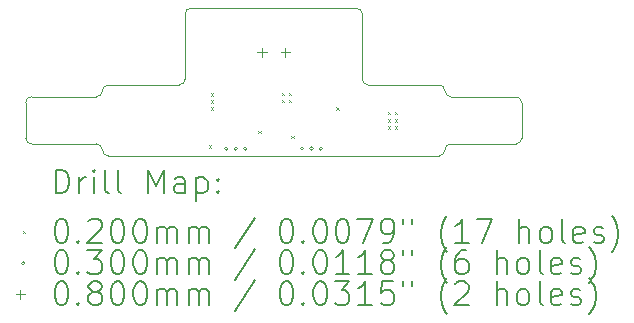
<source format=gbr>
%TF.GenerationSoftware,KiCad,Pcbnew,7.0.8*%
%TF.CreationDate,2023-11-05T18:16:59+01:00*%
%TF.ProjectId,battery-protection,62617474-6572-4792-9d70-726f74656374,2*%
%TF.SameCoordinates,Original*%
%TF.FileFunction,Drillmap*%
%TF.FilePolarity,Positive*%
%FSLAX45Y45*%
G04 Gerber Fmt 4.5, Leading zero omitted, Abs format (unit mm)*
G04 Created by KiCad (PCBNEW 7.0.8) date 2023-11-05 18:16:59*
%MOMM*%
%LPD*%
G01*
G04 APERTURE LIST*
%ADD10C,0.100000*%
%ADD11C,0.200000*%
%ADD12C,0.020000*%
%ADD13C,0.030000*%
%ADD14C,0.080000*%
G04 APERTURE END LIST*
D10*
X16000000Y-10000000D02*
G75*
G03*
X16050000Y-9950000I0J50000D01*
G01*
X16700000Y-9550000D02*
G75*
G03*
X16650000Y-9500000I-50000J0D01*
G01*
X13900000Y-8750000D02*
X15300000Y-8750000D01*
X16650000Y-9900000D02*
X16100000Y-9900000D01*
X14600000Y-10000000D02*
X13200000Y-10000000D01*
X13100000Y-9500000D02*
G75*
G03*
X13150000Y-9450000I0J50000D01*
G01*
X15350000Y-8800000D02*
G75*
G03*
X15300000Y-8750000I-50000J0D01*
G01*
X12500000Y-9850000D02*
G75*
G03*
X12550000Y-9900000I50000J0D01*
G01*
X12550000Y-9500000D02*
G75*
G03*
X12500000Y-9550000I0J-50000D01*
G01*
X13200000Y-9400000D02*
X13800000Y-9400000D01*
X13800000Y-9400000D02*
G75*
G03*
X13850000Y-9350000I0J50000D01*
G01*
X16650000Y-9900000D02*
G75*
G03*
X16700000Y-9850000I0J50000D01*
G01*
X13200000Y-9400000D02*
G75*
G03*
X13150000Y-9450000I0J-50000D01*
G01*
X12550000Y-9900000D02*
X13100000Y-9900000D01*
X16050000Y-9450000D02*
G75*
G03*
X16100000Y-9500000I50000J0D01*
G01*
X15350000Y-9350000D02*
G75*
G03*
X15400000Y-9400000I50000J0D01*
G01*
X16700000Y-9550000D02*
X16700000Y-9850000D01*
X13850000Y-9350000D02*
X13850000Y-8800000D01*
X16000000Y-9400000D02*
X15400000Y-9400000D01*
X13150000Y-9950000D02*
G75*
G03*
X13100000Y-9900000I-50000J0D01*
G01*
X13900000Y-8750000D02*
G75*
G03*
X13850000Y-8800000I0J-50000D01*
G01*
X14600000Y-10000000D02*
X16000000Y-10000000D01*
X16100000Y-9900000D02*
G75*
G03*
X16050000Y-9950000I0J-50000D01*
G01*
X13150000Y-9950000D02*
G75*
G03*
X13200000Y-10000000I50000J0D01*
G01*
X13100000Y-9500000D02*
X12550000Y-9500000D01*
X12500000Y-9550000D02*
X12500000Y-9850000D01*
X16050000Y-9450000D02*
G75*
G03*
X16000000Y-9400000I-50000J0D01*
G01*
X15350000Y-9350000D02*
X15350000Y-8800000D01*
X16100000Y-9500000D02*
X16650000Y-9500000D01*
D11*
D12*
X14050000Y-9910000D02*
X14070000Y-9930000D01*
X14070000Y-9910000D02*
X14050000Y-9930000D01*
X14070000Y-9470000D02*
X14090000Y-9490000D01*
X14090000Y-9470000D02*
X14070000Y-9490000D01*
X14070000Y-9530000D02*
X14090000Y-9550000D01*
X14090000Y-9530000D02*
X14070000Y-9550000D01*
X14070000Y-9590000D02*
X14090000Y-9610000D01*
X14090000Y-9590000D02*
X14070000Y-9610000D01*
X14470000Y-9790000D02*
X14490000Y-9810000D01*
X14490000Y-9790000D02*
X14470000Y-9810000D01*
X14670000Y-9465000D02*
X14690000Y-9485000D01*
X14690000Y-9465000D02*
X14670000Y-9485000D01*
X14670000Y-9525000D02*
X14690000Y-9545000D01*
X14690000Y-9525000D02*
X14670000Y-9545000D01*
X14730000Y-9465000D02*
X14750000Y-9485000D01*
X14750000Y-9465000D02*
X14730000Y-9485000D01*
X14730000Y-9525000D02*
X14750000Y-9545000D01*
X14750000Y-9525000D02*
X14730000Y-9545000D01*
X14750000Y-9830000D02*
X14770000Y-9850000D01*
X14770000Y-9830000D02*
X14750000Y-9850000D01*
X15130000Y-9590000D02*
X15150000Y-9610000D01*
X15150000Y-9590000D02*
X15130000Y-9610000D01*
X15565000Y-9630000D02*
X15585000Y-9650000D01*
X15585000Y-9630000D02*
X15565000Y-9650000D01*
X15565000Y-9690000D02*
X15585000Y-9710000D01*
X15585000Y-9690000D02*
X15565000Y-9710000D01*
X15565000Y-9750000D02*
X15585000Y-9770000D01*
X15585000Y-9750000D02*
X15565000Y-9770000D01*
X15625000Y-9630000D02*
X15645000Y-9650000D01*
X15645000Y-9630000D02*
X15625000Y-9650000D01*
X15625000Y-9690000D02*
X15645000Y-9710000D01*
X15645000Y-9690000D02*
X15625000Y-9710000D01*
X15625000Y-9750000D02*
X15645000Y-9770000D01*
X15645000Y-9750000D02*
X15625000Y-9770000D01*
D13*
X14215000Y-9940000D02*
G75*
G03*
X14215000Y-9940000I-15000J0D01*
G01*
X14295000Y-9940000D02*
G75*
G03*
X14295000Y-9940000I-15000J0D01*
G01*
X14375000Y-9940000D02*
G75*
G03*
X14375000Y-9940000I-15000J0D01*
G01*
X14855000Y-9940000D02*
G75*
G03*
X14855000Y-9940000I-15000J0D01*
G01*
X14935000Y-9940000D02*
G75*
G03*
X14935000Y-9940000I-15000J0D01*
G01*
X15015000Y-9940000D02*
G75*
G03*
X15015000Y-9940000I-15000J0D01*
G01*
D14*
X14500000Y-9085000D02*
X14500000Y-9165000D01*
X14460000Y-9125000D02*
X14540000Y-9125000D01*
X14700000Y-9085000D02*
X14700000Y-9165000D01*
X14660000Y-9125000D02*
X14740000Y-9125000D01*
D11*
X12755777Y-10316484D02*
X12755777Y-10116484D01*
X12755777Y-10116484D02*
X12803396Y-10116484D01*
X12803396Y-10116484D02*
X12831967Y-10126008D01*
X12831967Y-10126008D02*
X12851015Y-10145055D01*
X12851015Y-10145055D02*
X12860539Y-10164103D01*
X12860539Y-10164103D02*
X12870062Y-10202198D01*
X12870062Y-10202198D02*
X12870062Y-10230770D01*
X12870062Y-10230770D02*
X12860539Y-10268865D01*
X12860539Y-10268865D02*
X12851015Y-10287912D01*
X12851015Y-10287912D02*
X12831967Y-10306960D01*
X12831967Y-10306960D02*
X12803396Y-10316484D01*
X12803396Y-10316484D02*
X12755777Y-10316484D01*
X12955777Y-10316484D02*
X12955777Y-10183150D01*
X12955777Y-10221246D02*
X12965301Y-10202198D01*
X12965301Y-10202198D02*
X12974824Y-10192674D01*
X12974824Y-10192674D02*
X12993872Y-10183150D01*
X12993872Y-10183150D02*
X13012920Y-10183150D01*
X13079586Y-10316484D02*
X13079586Y-10183150D01*
X13079586Y-10116484D02*
X13070062Y-10126008D01*
X13070062Y-10126008D02*
X13079586Y-10135531D01*
X13079586Y-10135531D02*
X13089110Y-10126008D01*
X13089110Y-10126008D02*
X13079586Y-10116484D01*
X13079586Y-10116484D02*
X13079586Y-10135531D01*
X13203396Y-10316484D02*
X13184348Y-10306960D01*
X13184348Y-10306960D02*
X13174824Y-10287912D01*
X13174824Y-10287912D02*
X13174824Y-10116484D01*
X13308158Y-10316484D02*
X13289110Y-10306960D01*
X13289110Y-10306960D02*
X13279586Y-10287912D01*
X13279586Y-10287912D02*
X13279586Y-10116484D01*
X13536729Y-10316484D02*
X13536729Y-10116484D01*
X13536729Y-10116484D02*
X13603396Y-10259341D01*
X13603396Y-10259341D02*
X13670062Y-10116484D01*
X13670062Y-10116484D02*
X13670062Y-10316484D01*
X13851015Y-10316484D02*
X13851015Y-10211722D01*
X13851015Y-10211722D02*
X13841491Y-10192674D01*
X13841491Y-10192674D02*
X13822443Y-10183150D01*
X13822443Y-10183150D02*
X13784348Y-10183150D01*
X13784348Y-10183150D02*
X13765301Y-10192674D01*
X13851015Y-10306960D02*
X13831967Y-10316484D01*
X13831967Y-10316484D02*
X13784348Y-10316484D01*
X13784348Y-10316484D02*
X13765301Y-10306960D01*
X13765301Y-10306960D02*
X13755777Y-10287912D01*
X13755777Y-10287912D02*
X13755777Y-10268865D01*
X13755777Y-10268865D02*
X13765301Y-10249817D01*
X13765301Y-10249817D02*
X13784348Y-10240293D01*
X13784348Y-10240293D02*
X13831967Y-10240293D01*
X13831967Y-10240293D02*
X13851015Y-10230770D01*
X13946253Y-10183150D02*
X13946253Y-10383150D01*
X13946253Y-10192674D02*
X13965301Y-10183150D01*
X13965301Y-10183150D02*
X14003396Y-10183150D01*
X14003396Y-10183150D02*
X14022443Y-10192674D01*
X14022443Y-10192674D02*
X14031967Y-10202198D01*
X14031967Y-10202198D02*
X14041491Y-10221246D01*
X14041491Y-10221246D02*
X14041491Y-10278389D01*
X14041491Y-10278389D02*
X14031967Y-10297436D01*
X14031967Y-10297436D02*
X14022443Y-10306960D01*
X14022443Y-10306960D02*
X14003396Y-10316484D01*
X14003396Y-10316484D02*
X13965301Y-10316484D01*
X13965301Y-10316484D02*
X13946253Y-10306960D01*
X14127205Y-10297436D02*
X14136729Y-10306960D01*
X14136729Y-10306960D02*
X14127205Y-10316484D01*
X14127205Y-10316484D02*
X14117682Y-10306960D01*
X14117682Y-10306960D02*
X14127205Y-10297436D01*
X14127205Y-10297436D02*
X14127205Y-10316484D01*
X14127205Y-10192674D02*
X14136729Y-10202198D01*
X14136729Y-10202198D02*
X14127205Y-10211722D01*
X14127205Y-10211722D02*
X14117682Y-10202198D01*
X14117682Y-10202198D02*
X14127205Y-10192674D01*
X14127205Y-10192674D02*
X14127205Y-10211722D01*
D12*
X12475000Y-10635000D02*
X12495000Y-10655000D01*
X12495000Y-10635000D02*
X12475000Y-10655000D01*
D11*
X12793872Y-10536484D02*
X12812920Y-10536484D01*
X12812920Y-10536484D02*
X12831967Y-10546008D01*
X12831967Y-10546008D02*
X12841491Y-10555531D01*
X12841491Y-10555531D02*
X12851015Y-10574579D01*
X12851015Y-10574579D02*
X12860539Y-10612674D01*
X12860539Y-10612674D02*
X12860539Y-10660293D01*
X12860539Y-10660293D02*
X12851015Y-10698389D01*
X12851015Y-10698389D02*
X12841491Y-10717436D01*
X12841491Y-10717436D02*
X12831967Y-10726960D01*
X12831967Y-10726960D02*
X12812920Y-10736484D01*
X12812920Y-10736484D02*
X12793872Y-10736484D01*
X12793872Y-10736484D02*
X12774824Y-10726960D01*
X12774824Y-10726960D02*
X12765301Y-10717436D01*
X12765301Y-10717436D02*
X12755777Y-10698389D01*
X12755777Y-10698389D02*
X12746253Y-10660293D01*
X12746253Y-10660293D02*
X12746253Y-10612674D01*
X12746253Y-10612674D02*
X12755777Y-10574579D01*
X12755777Y-10574579D02*
X12765301Y-10555531D01*
X12765301Y-10555531D02*
X12774824Y-10546008D01*
X12774824Y-10546008D02*
X12793872Y-10536484D01*
X12946253Y-10717436D02*
X12955777Y-10726960D01*
X12955777Y-10726960D02*
X12946253Y-10736484D01*
X12946253Y-10736484D02*
X12936729Y-10726960D01*
X12936729Y-10726960D02*
X12946253Y-10717436D01*
X12946253Y-10717436D02*
X12946253Y-10736484D01*
X13031967Y-10555531D02*
X13041491Y-10546008D01*
X13041491Y-10546008D02*
X13060539Y-10536484D01*
X13060539Y-10536484D02*
X13108158Y-10536484D01*
X13108158Y-10536484D02*
X13127205Y-10546008D01*
X13127205Y-10546008D02*
X13136729Y-10555531D01*
X13136729Y-10555531D02*
X13146253Y-10574579D01*
X13146253Y-10574579D02*
X13146253Y-10593627D01*
X13146253Y-10593627D02*
X13136729Y-10622198D01*
X13136729Y-10622198D02*
X13022443Y-10736484D01*
X13022443Y-10736484D02*
X13146253Y-10736484D01*
X13270062Y-10536484D02*
X13289110Y-10536484D01*
X13289110Y-10536484D02*
X13308158Y-10546008D01*
X13308158Y-10546008D02*
X13317682Y-10555531D01*
X13317682Y-10555531D02*
X13327205Y-10574579D01*
X13327205Y-10574579D02*
X13336729Y-10612674D01*
X13336729Y-10612674D02*
X13336729Y-10660293D01*
X13336729Y-10660293D02*
X13327205Y-10698389D01*
X13327205Y-10698389D02*
X13317682Y-10717436D01*
X13317682Y-10717436D02*
X13308158Y-10726960D01*
X13308158Y-10726960D02*
X13289110Y-10736484D01*
X13289110Y-10736484D02*
X13270062Y-10736484D01*
X13270062Y-10736484D02*
X13251015Y-10726960D01*
X13251015Y-10726960D02*
X13241491Y-10717436D01*
X13241491Y-10717436D02*
X13231967Y-10698389D01*
X13231967Y-10698389D02*
X13222443Y-10660293D01*
X13222443Y-10660293D02*
X13222443Y-10612674D01*
X13222443Y-10612674D02*
X13231967Y-10574579D01*
X13231967Y-10574579D02*
X13241491Y-10555531D01*
X13241491Y-10555531D02*
X13251015Y-10546008D01*
X13251015Y-10546008D02*
X13270062Y-10536484D01*
X13460539Y-10536484D02*
X13479586Y-10536484D01*
X13479586Y-10536484D02*
X13498634Y-10546008D01*
X13498634Y-10546008D02*
X13508158Y-10555531D01*
X13508158Y-10555531D02*
X13517682Y-10574579D01*
X13517682Y-10574579D02*
X13527205Y-10612674D01*
X13527205Y-10612674D02*
X13527205Y-10660293D01*
X13527205Y-10660293D02*
X13517682Y-10698389D01*
X13517682Y-10698389D02*
X13508158Y-10717436D01*
X13508158Y-10717436D02*
X13498634Y-10726960D01*
X13498634Y-10726960D02*
X13479586Y-10736484D01*
X13479586Y-10736484D02*
X13460539Y-10736484D01*
X13460539Y-10736484D02*
X13441491Y-10726960D01*
X13441491Y-10726960D02*
X13431967Y-10717436D01*
X13431967Y-10717436D02*
X13422443Y-10698389D01*
X13422443Y-10698389D02*
X13412920Y-10660293D01*
X13412920Y-10660293D02*
X13412920Y-10612674D01*
X13412920Y-10612674D02*
X13422443Y-10574579D01*
X13422443Y-10574579D02*
X13431967Y-10555531D01*
X13431967Y-10555531D02*
X13441491Y-10546008D01*
X13441491Y-10546008D02*
X13460539Y-10536484D01*
X13612920Y-10736484D02*
X13612920Y-10603150D01*
X13612920Y-10622198D02*
X13622443Y-10612674D01*
X13622443Y-10612674D02*
X13641491Y-10603150D01*
X13641491Y-10603150D02*
X13670063Y-10603150D01*
X13670063Y-10603150D02*
X13689110Y-10612674D01*
X13689110Y-10612674D02*
X13698634Y-10631722D01*
X13698634Y-10631722D02*
X13698634Y-10736484D01*
X13698634Y-10631722D02*
X13708158Y-10612674D01*
X13708158Y-10612674D02*
X13727205Y-10603150D01*
X13727205Y-10603150D02*
X13755777Y-10603150D01*
X13755777Y-10603150D02*
X13774824Y-10612674D01*
X13774824Y-10612674D02*
X13784348Y-10631722D01*
X13784348Y-10631722D02*
X13784348Y-10736484D01*
X13879586Y-10736484D02*
X13879586Y-10603150D01*
X13879586Y-10622198D02*
X13889110Y-10612674D01*
X13889110Y-10612674D02*
X13908158Y-10603150D01*
X13908158Y-10603150D02*
X13936729Y-10603150D01*
X13936729Y-10603150D02*
X13955777Y-10612674D01*
X13955777Y-10612674D02*
X13965301Y-10631722D01*
X13965301Y-10631722D02*
X13965301Y-10736484D01*
X13965301Y-10631722D02*
X13974824Y-10612674D01*
X13974824Y-10612674D02*
X13993872Y-10603150D01*
X13993872Y-10603150D02*
X14022443Y-10603150D01*
X14022443Y-10603150D02*
X14041491Y-10612674D01*
X14041491Y-10612674D02*
X14051015Y-10631722D01*
X14051015Y-10631722D02*
X14051015Y-10736484D01*
X14441491Y-10526960D02*
X14270063Y-10784103D01*
X14698634Y-10536484D02*
X14717682Y-10536484D01*
X14717682Y-10536484D02*
X14736729Y-10546008D01*
X14736729Y-10546008D02*
X14746253Y-10555531D01*
X14746253Y-10555531D02*
X14755777Y-10574579D01*
X14755777Y-10574579D02*
X14765301Y-10612674D01*
X14765301Y-10612674D02*
X14765301Y-10660293D01*
X14765301Y-10660293D02*
X14755777Y-10698389D01*
X14755777Y-10698389D02*
X14746253Y-10717436D01*
X14746253Y-10717436D02*
X14736729Y-10726960D01*
X14736729Y-10726960D02*
X14717682Y-10736484D01*
X14717682Y-10736484D02*
X14698634Y-10736484D01*
X14698634Y-10736484D02*
X14679586Y-10726960D01*
X14679586Y-10726960D02*
X14670063Y-10717436D01*
X14670063Y-10717436D02*
X14660539Y-10698389D01*
X14660539Y-10698389D02*
X14651015Y-10660293D01*
X14651015Y-10660293D02*
X14651015Y-10612674D01*
X14651015Y-10612674D02*
X14660539Y-10574579D01*
X14660539Y-10574579D02*
X14670063Y-10555531D01*
X14670063Y-10555531D02*
X14679586Y-10546008D01*
X14679586Y-10546008D02*
X14698634Y-10536484D01*
X14851015Y-10717436D02*
X14860539Y-10726960D01*
X14860539Y-10726960D02*
X14851015Y-10736484D01*
X14851015Y-10736484D02*
X14841491Y-10726960D01*
X14841491Y-10726960D02*
X14851015Y-10717436D01*
X14851015Y-10717436D02*
X14851015Y-10736484D01*
X14984348Y-10536484D02*
X15003396Y-10536484D01*
X15003396Y-10536484D02*
X15022444Y-10546008D01*
X15022444Y-10546008D02*
X15031967Y-10555531D01*
X15031967Y-10555531D02*
X15041491Y-10574579D01*
X15041491Y-10574579D02*
X15051015Y-10612674D01*
X15051015Y-10612674D02*
X15051015Y-10660293D01*
X15051015Y-10660293D02*
X15041491Y-10698389D01*
X15041491Y-10698389D02*
X15031967Y-10717436D01*
X15031967Y-10717436D02*
X15022444Y-10726960D01*
X15022444Y-10726960D02*
X15003396Y-10736484D01*
X15003396Y-10736484D02*
X14984348Y-10736484D01*
X14984348Y-10736484D02*
X14965301Y-10726960D01*
X14965301Y-10726960D02*
X14955777Y-10717436D01*
X14955777Y-10717436D02*
X14946253Y-10698389D01*
X14946253Y-10698389D02*
X14936729Y-10660293D01*
X14936729Y-10660293D02*
X14936729Y-10612674D01*
X14936729Y-10612674D02*
X14946253Y-10574579D01*
X14946253Y-10574579D02*
X14955777Y-10555531D01*
X14955777Y-10555531D02*
X14965301Y-10546008D01*
X14965301Y-10546008D02*
X14984348Y-10536484D01*
X15174825Y-10536484D02*
X15193872Y-10536484D01*
X15193872Y-10536484D02*
X15212920Y-10546008D01*
X15212920Y-10546008D02*
X15222444Y-10555531D01*
X15222444Y-10555531D02*
X15231967Y-10574579D01*
X15231967Y-10574579D02*
X15241491Y-10612674D01*
X15241491Y-10612674D02*
X15241491Y-10660293D01*
X15241491Y-10660293D02*
X15231967Y-10698389D01*
X15231967Y-10698389D02*
X15222444Y-10717436D01*
X15222444Y-10717436D02*
X15212920Y-10726960D01*
X15212920Y-10726960D02*
X15193872Y-10736484D01*
X15193872Y-10736484D02*
X15174825Y-10736484D01*
X15174825Y-10736484D02*
X15155777Y-10726960D01*
X15155777Y-10726960D02*
X15146253Y-10717436D01*
X15146253Y-10717436D02*
X15136729Y-10698389D01*
X15136729Y-10698389D02*
X15127206Y-10660293D01*
X15127206Y-10660293D02*
X15127206Y-10612674D01*
X15127206Y-10612674D02*
X15136729Y-10574579D01*
X15136729Y-10574579D02*
X15146253Y-10555531D01*
X15146253Y-10555531D02*
X15155777Y-10546008D01*
X15155777Y-10546008D02*
X15174825Y-10536484D01*
X15308158Y-10536484D02*
X15441491Y-10536484D01*
X15441491Y-10536484D02*
X15355777Y-10736484D01*
X15527206Y-10736484D02*
X15565301Y-10736484D01*
X15565301Y-10736484D02*
X15584348Y-10726960D01*
X15584348Y-10726960D02*
X15593872Y-10717436D01*
X15593872Y-10717436D02*
X15612920Y-10688865D01*
X15612920Y-10688865D02*
X15622444Y-10650770D01*
X15622444Y-10650770D02*
X15622444Y-10574579D01*
X15622444Y-10574579D02*
X15612920Y-10555531D01*
X15612920Y-10555531D02*
X15603396Y-10546008D01*
X15603396Y-10546008D02*
X15584348Y-10536484D01*
X15584348Y-10536484D02*
X15546253Y-10536484D01*
X15546253Y-10536484D02*
X15527206Y-10546008D01*
X15527206Y-10546008D02*
X15517682Y-10555531D01*
X15517682Y-10555531D02*
X15508158Y-10574579D01*
X15508158Y-10574579D02*
X15508158Y-10622198D01*
X15508158Y-10622198D02*
X15517682Y-10641246D01*
X15517682Y-10641246D02*
X15527206Y-10650770D01*
X15527206Y-10650770D02*
X15546253Y-10660293D01*
X15546253Y-10660293D02*
X15584348Y-10660293D01*
X15584348Y-10660293D02*
X15603396Y-10650770D01*
X15603396Y-10650770D02*
X15612920Y-10641246D01*
X15612920Y-10641246D02*
X15622444Y-10622198D01*
X15698634Y-10536484D02*
X15698634Y-10574579D01*
X15774825Y-10536484D02*
X15774825Y-10574579D01*
X16070063Y-10812674D02*
X16060539Y-10803150D01*
X16060539Y-10803150D02*
X16041491Y-10774579D01*
X16041491Y-10774579D02*
X16031968Y-10755531D01*
X16031968Y-10755531D02*
X16022444Y-10726960D01*
X16022444Y-10726960D02*
X16012920Y-10679341D01*
X16012920Y-10679341D02*
X16012920Y-10641246D01*
X16012920Y-10641246D02*
X16022444Y-10593627D01*
X16022444Y-10593627D02*
X16031968Y-10565055D01*
X16031968Y-10565055D02*
X16041491Y-10546008D01*
X16041491Y-10546008D02*
X16060539Y-10517436D01*
X16060539Y-10517436D02*
X16070063Y-10507912D01*
X16251015Y-10736484D02*
X16136729Y-10736484D01*
X16193872Y-10736484D02*
X16193872Y-10536484D01*
X16193872Y-10536484D02*
X16174825Y-10565055D01*
X16174825Y-10565055D02*
X16155777Y-10584103D01*
X16155777Y-10584103D02*
X16136729Y-10593627D01*
X16317682Y-10536484D02*
X16451015Y-10536484D01*
X16451015Y-10536484D02*
X16365301Y-10736484D01*
X16679587Y-10736484D02*
X16679587Y-10536484D01*
X16765301Y-10736484D02*
X16765301Y-10631722D01*
X16765301Y-10631722D02*
X16755777Y-10612674D01*
X16755777Y-10612674D02*
X16736730Y-10603150D01*
X16736730Y-10603150D02*
X16708158Y-10603150D01*
X16708158Y-10603150D02*
X16689110Y-10612674D01*
X16689110Y-10612674D02*
X16679587Y-10622198D01*
X16889111Y-10736484D02*
X16870063Y-10726960D01*
X16870063Y-10726960D02*
X16860539Y-10717436D01*
X16860539Y-10717436D02*
X16851015Y-10698389D01*
X16851015Y-10698389D02*
X16851015Y-10641246D01*
X16851015Y-10641246D02*
X16860539Y-10622198D01*
X16860539Y-10622198D02*
X16870063Y-10612674D01*
X16870063Y-10612674D02*
X16889111Y-10603150D01*
X16889111Y-10603150D02*
X16917682Y-10603150D01*
X16917682Y-10603150D02*
X16936730Y-10612674D01*
X16936730Y-10612674D02*
X16946253Y-10622198D01*
X16946253Y-10622198D02*
X16955777Y-10641246D01*
X16955777Y-10641246D02*
X16955777Y-10698389D01*
X16955777Y-10698389D02*
X16946253Y-10717436D01*
X16946253Y-10717436D02*
X16936730Y-10726960D01*
X16936730Y-10726960D02*
X16917682Y-10736484D01*
X16917682Y-10736484D02*
X16889111Y-10736484D01*
X17070063Y-10736484D02*
X17051015Y-10726960D01*
X17051015Y-10726960D02*
X17041492Y-10707912D01*
X17041492Y-10707912D02*
X17041492Y-10536484D01*
X17222444Y-10726960D02*
X17203396Y-10736484D01*
X17203396Y-10736484D02*
X17165301Y-10736484D01*
X17165301Y-10736484D02*
X17146253Y-10726960D01*
X17146253Y-10726960D02*
X17136730Y-10707912D01*
X17136730Y-10707912D02*
X17136730Y-10631722D01*
X17136730Y-10631722D02*
X17146253Y-10612674D01*
X17146253Y-10612674D02*
X17165301Y-10603150D01*
X17165301Y-10603150D02*
X17203396Y-10603150D01*
X17203396Y-10603150D02*
X17222444Y-10612674D01*
X17222444Y-10612674D02*
X17231968Y-10631722D01*
X17231968Y-10631722D02*
X17231968Y-10650770D01*
X17231968Y-10650770D02*
X17136730Y-10669817D01*
X17308158Y-10726960D02*
X17327206Y-10736484D01*
X17327206Y-10736484D02*
X17365301Y-10736484D01*
X17365301Y-10736484D02*
X17384349Y-10726960D01*
X17384349Y-10726960D02*
X17393873Y-10707912D01*
X17393873Y-10707912D02*
X17393873Y-10698389D01*
X17393873Y-10698389D02*
X17384349Y-10679341D01*
X17384349Y-10679341D02*
X17365301Y-10669817D01*
X17365301Y-10669817D02*
X17336730Y-10669817D01*
X17336730Y-10669817D02*
X17317682Y-10660293D01*
X17317682Y-10660293D02*
X17308158Y-10641246D01*
X17308158Y-10641246D02*
X17308158Y-10631722D01*
X17308158Y-10631722D02*
X17317682Y-10612674D01*
X17317682Y-10612674D02*
X17336730Y-10603150D01*
X17336730Y-10603150D02*
X17365301Y-10603150D01*
X17365301Y-10603150D02*
X17384349Y-10612674D01*
X17460539Y-10812674D02*
X17470063Y-10803150D01*
X17470063Y-10803150D02*
X17489111Y-10774579D01*
X17489111Y-10774579D02*
X17498634Y-10755531D01*
X17498634Y-10755531D02*
X17508158Y-10726960D01*
X17508158Y-10726960D02*
X17517682Y-10679341D01*
X17517682Y-10679341D02*
X17517682Y-10641246D01*
X17517682Y-10641246D02*
X17508158Y-10593627D01*
X17508158Y-10593627D02*
X17498634Y-10565055D01*
X17498634Y-10565055D02*
X17489111Y-10546008D01*
X17489111Y-10546008D02*
X17470063Y-10517436D01*
X17470063Y-10517436D02*
X17460539Y-10507912D01*
D13*
X12495000Y-10909000D02*
G75*
G03*
X12495000Y-10909000I-15000J0D01*
G01*
D11*
X12793872Y-10800484D02*
X12812920Y-10800484D01*
X12812920Y-10800484D02*
X12831967Y-10810008D01*
X12831967Y-10810008D02*
X12841491Y-10819531D01*
X12841491Y-10819531D02*
X12851015Y-10838579D01*
X12851015Y-10838579D02*
X12860539Y-10876674D01*
X12860539Y-10876674D02*
X12860539Y-10924293D01*
X12860539Y-10924293D02*
X12851015Y-10962389D01*
X12851015Y-10962389D02*
X12841491Y-10981436D01*
X12841491Y-10981436D02*
X12831967Y-10990960D01*
X12831967Y-10990960D02*
X12812920Y-11000484D01*
X12812920Y-11000484D02*
X12793872Y-11000484D01*
X12793872Y-11000484D02*
X12774824Y-10990960D01*
X12774824Y-10990960D02*
X12765301Y-10981436D01*
X12765301Y-10981436D02*
X12755777Y-10962389D01*
X12755777Y-10962389D02*
X12746253Y-10924293D01*
X12746253Y-10924293D02*
X12746253Y-10876674D01*
X12746253Y-10876674D02*
X12755777Y-10838579D01*
X12755777Y-10838579D02*
X12765301Y-10819531D01*
X12765301Y-10819531D02*
X12774824Y-10810008D01*
X12774824Y-10810008D02*
X12793872Y-10800484D01*
X12946253Y-10981436D02*
X12955777Y-10990960D01*
X12955777Y-10990960D02*
X12946253Y-11000484D01*
X12946253Y-11000484D02*
X12936729Y-10990960D01*
X12936729Y-10990960D02*
X12946253Y-10981436D01*
X12946253Y-10981436D02*
X12946253Y-11000484D01*
X13022443Y-10800484D02*
X13146253Y-10800484D01*
X13146253Y-10800484D02*
X13079586Y-10876674D01*
X13079586Y-10876674D02*
X13108158Y-10876674D01*
X13108158Y-10876674D02*
X13127205Y-10886198D01*
X13127205Y-10886198D02*
X13136729Y-10895722D01*
X13136729Y-10895722D02*
X13146253Y-10914770D01*
X13146253Y-10914770D02*
X13146253Y-10962389D01*
X13146253Y-10962389D02*
X13136729Y-10981436D01*
X13136729Y-10981436D02*
X13127205Y-10990960D01*
X13127205Y-10990960D02*
X13108158Y-11000484D01*
X13108158Y-11000484D02*
X13051015Y-11000484D01*
X13051015Y-11000484D02*
X13031967Y-10990960D01*
X13031967Y-10990960D02*
X13022443Y-10981436D01*
X13270062Y-10800484D02*
X13289110Y-10800484D01*
X13289110Y-10800484D02*
X13308158Y-10810008D01*
X13308158Y-10810008D02*
X13317682Y-10819531D01*
X13317682Y-10819531D02*
X13327205Y-10838579D01*
X13327205Y-10838579D02*
X13336729Y-10876674D01*
X13336729Y-10876674D02*
X13336729Y-10924293D01*
X13336729Y-10924293D02*
X13327205Y-10962389D01*
X13327205Y-10962389D02*
X13317682Y-10981436D01*
X13317682Y-10981436D02*
X13308158Y-10990960D01*
X13308158Y-10990960D02*
X13289110Y-11000484D01*
X13289110Y-11000484D02*
X13270062Y-11000484D01*
X13270062Y-11000484D02*
X13251015Y-10990960D01*
X13251015Y-10990960D02*
X13241491Y-10981436D01*
X13241491Y-10981436D02*
X13231967Y-10962389D01*
X13231967Y-10962389D02*
X13222443Y-10924293D01*
X13222443Y-10924293D02*
X13222443Y-10876674D01*
X13222443Y-10876674D02*
X13231967Y-10838579D01*
X13231967Y-10838579D02*
X13241491Y-10819531D01*
X13241491Y-10819531D02*
X13251015Y-10810008D01*
X13251015Y-10810008D02*
X13270062Y-10800484D01*
X13460539Y-10800484D02*
X13479586Y-10800484D01*
X13479586Y-10800484D02*
X13498634Y-10810008D01*
X13498634Y-10810008D02*
X13508158Y-10819531D01*
X13508158Y-10819531D02*
X13517682Y-10838579D01*
X13517682Y-10838579D02*
X13527205Y-10876674D01*
X13527205Y-10876674D02*
X13527205Y-10924293D01*
X13527205Y-10924293D02*
X13517682Y-10962389D01*
X13517682Y-10962389D02*
X13508158Y-10981436D01*
X13508158Y-10981436D02*
X13498634Y-10990960D01*
X13498634Y-10990960D02*
X13479586Y-11000484D01*
X13479586Y-11000484D02*
X13460539Y-11000484D01*
X13460539Y-11000484D02*
X13441491Y-10990960D01*
X13441491Y-10990960D02*
X13431967Y-10981436D01*
X13431967Y-10981436D02*
X13422443Y-10962389D01*
X13422443Y-10962389D02*
X13412920Y-10924293D01*
X13412920Y-10924293D02*
X13412920Y-10876674D01*
X13412920Y-10876674D02*
X13422443Y-10838579D01*
X13422443Y-10838579D02*
X13431967Y-10819531D01*
X13431967Y-10819531D02*
X13441491Y-10810008D01*
X13441491Y-10810008D02*
X13460539Y-10800484D01*
X13612920Y-11000484D02*
X13612920Y-10867150D01*
X13612920Y-10886198D02*
X13622443Y-10876674D01*
X13622443Y-10876674D02*
X13641491Y-10867150D01*
X13641491Y-10867150D02*
X13670063Y-10867150D01*
X13670063Y-10867150D02*
X13689110Y-10876674D01*
X13689110Y-10876674D02*
X13698634Y-10895722D01*
X13698634Y-10895722D02*
X13698634Y-11000484D01*
X13698634Y-10895722D02*
X13708158Y-10876674D01*
X13708158Y-10876674D02*
X13727205Y-10867150D01*
X13727205Y-10867150D02*
X13755777Y-10867150D01*
X13755777Y-10867150D02*
X13774824Y-10876674D01*
X13774824Y-10876674D02*
X13784348Y-10895722D01*
X13784348Y-10895722D02*
X13784348Y-11000484D01*
X13879586Y-11000484D02*
X13879586Y-10867150D01*
X13879586Y-10886198D02*
X13889110Y-10876674D01*
X13889110Y-10876674D02*
X13908158Y-10867150D01*
X13908158Y-10867150D02*
X13936729Y-10867150D01*
X13936729Y-10867150D02*
X13955777Y-10876674D01*
X13955777Y-10876674D02*
X13965301Y-10895722D01*
X13965301Y-10895722D02*
X13965301Y-11000484D01*
X13965301Y-10895722D02*
X13974824Y-10876674D01*
X13974824Y-10876674D02*
X13993872Y-10867150D01*
X13993872Y-10867150D02*
X14022443Y-10867150D01*
X14022443Y-10867150D02*
X14041491Y-10876674D01*
X14041491Y-10876674D02*
X14051015Y-10895722D01*
X14051015Y-10895722D02*
X14051015Y-11000484D01*
X14441491Y-10790960D02*
X14270063Y-11048103D01*
X14698634Y-10800484D02*
X14717682Y-10800484D01*
X14717682Y-10800484D02*
X14736729Y-10810008D01*
X14736729Y-10810008D02*
X14746253Y-10819531D01*
X14746253Y-10819531D02*
X14755777Y-10838579D01*
X14755777Y-10838579D02*
X14765301Y-10876674D01*
X14765301Y-10876674D02*
X14765301Y-10924293D01*
X14765301Y-10924293D02*
X14755777Y-10962389D01*
X14755777Y-10962389D02*
X14746253Y-10981436D01*
X14746253Y-10981436D02*
X14736729Y-10990960D01*
X14736729Y-10990960D02*
X14717682Y-11000484D01*
X14717682Y-11000484D02*
X14698634Y-11000484D01*
X14698634Y-11000484D02*
X14679586Y-10990960D01*
X14679586Y-10990960D02*
X14670063Y-10981436D01*
X14670063Y-10981436D02*
X14660539Y-10962389D01*
X14660539Y-10962389D02*
X14651015Y-10924293D01*
X14651015Y-10924293D02*
X14651015Y-10876674D01*
X14651015Y-10876674D02*
X14660539Y-10838579D01*
X14660539Y-10838579D02*
X14670063Y-10819531D01*
X14670063Y-10819531D02*
X14679586Y-10810008D01*
X14679586Y-10810008D02*
X14698634Y-10800484D01*
X14851015Y-10981436D02*
X14860539Y-10990960D01*
X14860539Y-10990960D02*
X14851015Y-11000484D01*
X14851015Y-11000484D02*
X14841491Y-10990960D01*
X14841491Y-10990960D02*
X14851015Y-10981436D01*
X14851015Y-10981436D02*
X14851015Y-11000484D01*
X14984348Y-10800484D02*
X15003396Y-10800484D01*
X15003396Y-10800484D02*
X15022444Y-10810008D01*
X15022444Y-10810008D02*
X15031967Y-10819531D01*
X15031967Y-10819531D02*
X15041491Y-10838579D01*
X15041491Y-10838579D02*
X15051015Y-10876674D01*
X15051015Y-10876674D02*
X15051015Y-10924293D01*
X15051015Y-10924293D02*
X15041491Y-10962389D01*
X15041491Y-10962389D02*
X15031967Y-10981436D01*
X15031967Y-10981436D02*
X15022444Y-10990960D01*
X15022444Y-10990960D02*
X15003396Y-11000484D01*
X15003396Y-11000484D02*
X14984348Y-11000484D01*
X14984348Y-11000484D02*
X14965301Y-10990960D01*
X14965301Y-10990960D02*
X14955777Y-10981436D01*
X14955777Y-10981436D02*
X14946253Y-10962389D01*
X14946253Y-10962389D02*
X14936729Y-10924293D01*
X14936729Y-10924293D02*
X14936729Y-10876674D01*
X14936729Y-10876674D02*
X14946253Y-10838579D01*
X14946253Y-10838579D02*
X14955777Y-10819531D01*
X14955777Y-10819531D02*
X14965301Y-10810008D01*
X14965301Y-10810008D02*
X14984348Y-10800484D01*
X15241491Y-11000484D02*
X15127206Y-11000484D01*
X15184348Y-11000484D02*
X15184348Y-10800484D01*
X15184348Y-10800484D02*
X15165301Y-10829055D01*
X15165301Y-10829055D02*
X15146253Y-10848103D01*
X15146253Y-10848103D02*
X15127206Y-10857627D01*
X15431967Y-11000484D02*
X15317682Y-11000484D01*
X15374825Y-11000484D02*
X15374825Y-10800484D01*
X15374825Y-10800484D02*
X15355777Y-10829055D01*
X15355777Y-10829055D02*
X15336729Y-10848103D01*
X15336729Y-10848103D02*
X15317682Y-10857627D01*
X15546253Y-10886198D02*
X15527206Y-10876674D01*
X15527206Y-10876674D02*
X15517682Y-10867150D01*
X15517682Y-10867150D02*
X15508158Y-10848103D01*
X15508158Y-10848103D02*
X15508158Y-10838579D01*
X15508158Y-10838579D02*
X15517682Y-10819531D01*
X15517682Y-10819531D02*
X15527206Y-10810008D01*
X15527206Y-10810008D02*
X15546253Y-10800484D01*
X15546253Y-10800484D02*
X15584348Y-10800484D01*
X15584348Y-10800484D02*
X15603396Y-10810008D01*
X15603396Y-10810008D02*
X15612920Y-10819531D01*
X15612920Y-10819531D02*
X15622444Y-10838579D01*
X15622444Y-10838579D02*
X15622444Y-10848103D01*
X15622444Y-10848103D02*
X15612920Y-10867150D01*
X15612920Y-10867150D02*
X15603396Y-10876674D01*
X15603396Y-10876674D02*
X15584348Y-10886198D01*
X15584348Y-10886198D02*
X15546253Y-10886198D01*
X15546253Y-10886198D02*
X15527206Y-10895722D01*
X15527206Y-10895722D02*
X15517682Y-10905246D01*
X15517682Y-10905246D02*
X15508158Y-10924293D01*
X15508158Y-10924293D02*
X15508158Y-10962389D01*
X15508158Y-10962389D02*
X15517682Y-10981436D01*
X15517682Y-10981436D02*
X15527206Y-10990960D01*
X15527206Y-10990960D02*
X15546253Y-11000484D01*
X15546253Y-11000484D02*
X15584348Y-11000484D01*
X15584348Y-11000484D02*
X15603396Y-10990960D01*
X15603396Y-10990960D02*
X15612920Y-10981436D01*
X15612920Y-10981436D02*
X15622444Y-10962389D01*
X15622444Y-10962389D02*
X15622444Y-10924293D01*
X15622444Y-10924293D02*
X15612920Y-10905246D01*
X15612920Y-10905246D02*
X15603396Y-10895722D01*
X15603396Y-10895722D02*
X15584348Y-10886198D01*
X15698634Y-10800484D02*
X15698634Y-10838579D01*
X15774825Y-10800484D02*
X15774825Y-10838579D01*
X16070063Y-11076674D02*
X16060539Y-11067150D01*
X16060539Y-11067150D02*
X16041491Y-11038579D01*
X16041491Y-11038579D02*
X16031968Y-11019531D01*
X16031968Y-11019531D02*
X16022444Y-10990960D01*
X16022444Y-10990960D02*
X16012920Y-10943341D01*
X16012920Y-10943341D02*
X16012920Y-10905246D01*
X16012920Y-10905246D02*
X16022444Y-10857627D01*
X16022444Y-10857627D02*
X16031968Y-10829055D01*
X16031968Y-10829055D02*
X16041491Y-10810008D01*
X16041491Y-10810008D02*
X16060539Y-10781436D01*
X16060539Y-10781436D02*
X16070063Y-10771912D01*
X16231968Y-10800484D02*
X16193872Y-10800484D01*
X16193872Y-10800484D02*
X16174825Y-10810008D01*
X16174825Y-10810008D02*
X16165301Y-10819531D01*
X16165301Y-10819531D02*
X16146253Y-10848103D01*
X16146253Y-10848103D02*
X16136729Y-10886198D01*
X16136729Y-10886198D02*
X16136729Y-10962389D01*
X16136729Y-10962389D02*
X16146253Y-10981436D01*
X16146253Y-10981436D02*
X16155777Y-10990960D01*
X16155777Y-10990960D02*
X16174825Y-11000484D01*
X16174825Y-11000484D02*
X16212920Y-11000484D01*
X16212920Y-11000484D02*
X16231968Y-10990960D01*
X16231968Y-10990960D02*
X16241491Y-10981436D01*
X16241491Y-10981436D02*
X16251015Y-10962389D01*
X16251015Y-10962389D02*
X16251015Y-10914770D01*
X16251015Y-10914770D02*
X16241491Y-10895722D01*
X16241491Y-10895722D02*
X16231968Y-10886198D01*
X16231968Y-10886198D02*
X16212920Y-10876674D01*
X16212920Y-10876674D02*
X16174825Y-10876674D01*
X16174825Y-10876674D02*
X16155777Y-10886198D01*
X16155777Y-10886198D02*
X16146253Y-10895722D01*
X16146253Y-10895722D02*
X16136729Y-10914770D01*
X16489110Y-11000484D02*
X16489110Y-10800484D01*
X16574825Y-11000484D02*
X16574825Y-10895722D01*
X16574825Y-10895722D02*
X16565301Y-10876674D01*
X16565301Y-10876674D02*
X16546253Y-10867150D01*
X16546253Y-10867150D02*
X16517682Y-10867150D01*
X16517682Y-10867150D02*
X16498634Y-10876674D01*
X16498634Y-10876674D02*
X16489110Y-10886198D01*
X16698634Y-11000484D02*
X16679587Y-10990960D01*
X16679587Y-10990960D02*
X16670063Y-10981436D01*
X16670063Y-10981436D02*
X16660539Y-10962389D01*
X16660539Y-10962389D02*
X16660539Y-10905246D01*
X16660539Y-10905246D02*
X16670063Y-10886198D01*
X16670063Y-10886198D02*
X16679587Y-10876674D01*
X16679587Y-10876674D02*
X16698634Y-10867150D01*
X16698634Y-10867150D02*
X16727206Y-10867150D01*
X16727206Y-10867150D02*
X16746253Y-10876674D01*
X16746253Y-10876674D02*
X16755777Y-10886198D01*
X16755777Y-10886198D02*
X16765301Y-10905246D01*
X16765301Y-10905246D02*
X16765301Y-10962389D01*
X16765301Y-10962389D02*
X16755777Y-10981436D01*
X16755777Y-10981436D02*
X16746253Y-10990960D01*
X16746253Y-10990960D02*
X16727206Y-11000484D01*
X16727206Y-11000484D02*
X16698634Y-11000484D01*
X16879587Y-11000484D02*
X16860539Y-10990960D01*
X16860539Y-10990960D02*
X16851015Y-10971912D01*
X16851015Y-10971912D02*
X16851015Y-10800484D01*
X17031968Y-10990960D02*
X17012920Y-11000484D01*
X17012920Y-11000484D02*
X16974825Y-11000484D01*
X16974825Y-11000484D02*
X16955777Y-10990960D01*
X16955777Y-10990960D02*
X16946253Y-10971912D01*
X16946253Y-10971912D02*
X16946253Y-10895722D01*
X16946253Y-10895722D02*
X16955777Y-10876674D01*
X16955777Y-10876674D02*
X16974825Y-10867150D01*
X16974825Y-10867150D02*
X17012920Y-10867150D01*
X17012920Y-10867150D02*
X17031968Y-10876674D01*
X17031968Y-10876674D02*
X17041492Y-10895722D01*
X17041492Y-10895722D02*
X17041492Y-10914770D01*
X17041492Y-10914770D02*
X16946253Y-10933817D01*
X17117682Y-10990960D02*
X17136730Y-11000484D01*
X17136730Y-11000484D02*
X17174825Y-11000484D01*
X17174825Y-11000484D02*
X17193873Y-10990960D01*
X17193873Y-10990960D02*
X17203396Y-10971912D01*
X17203396Y-10971912D02*
X17203396Y-10962389D01*
X17203396Y-10962389D02*
X17193873Y-10943341D01*
X17193873Y-10943341D02*
X17174825Y-10933817D01*
X17174825Y-10933817D02*
X17146253Y-10933817D01*
X17146253Y-10933817D02*
X17127206Y-10924293D01*
X17127206Y-10924293D02*
X17117682Y-10905246D01*
X17117682Y-10905246D02*
X17117682Y-10895722D01*
X17117682Y-10895722D02*
X17127206Y-10876674D01*
X17127206Y-10876674D02*
X17146253Y-10867150D01*
X17146253Y-10867150D02*
X17174825Y-10867150D01*
X17174825Y-10867150D02*
X17193873Y-10876674D01*
X17270063Y-11076674D02*
X17279587Y-11067150D01*
X17279587Y-11067150D02*
X17298634Y-11038579D01*
X17298634Y-11038579D02*
X17308158Y-11019531D01*
X17308158Y-11019531D02*
X17317682Y-10990960D01*
X17317682Y-10990960D02*
X17327206Y-10943341D01*
X17327206Y-10943341D02*
X17327206Y-10905246D01*
X17327206Y-10905246D02*
X17317682Y-10857627D01*
X17317682Y-10857627D02*
X17308158Y-10829055D01*
X17308158Y-10829055D02*
X17298634Y-10810008D01*
X17298634Y-10810008D02*
X17279587Y-10781436D01*
X17279587Y-10781436D02*
X17270063Y-10771912D01*
D14*
X12455000Y-11133000D02*
X12455000Y-11213000D01*
X12415000Y-11173000D02*
X12495000Y-11173000D01*
D11*
X12793872Y-11064484D02*
X12812920Y-11064484D01*
X12812920Y-11064484D02*
X12831967Y-11074008D01*
X12831967Y-11074008D02*
X12841491Y-11083531D01*
X12841491Y-11083531D02*
X12851015Y-11102579D01*
X12851015Y-11102579D02*
X12860539Y-11140674D01*
X12860539Y-11140674D02*
X12860539Y-11188293D01*
X12860539Y-11188293D02*
X12851015Y-11226388D01*
X12851015Y-11226388D02*
X12841491Y-11245436D01*
X12841491Y-11245436D02*
X12831967Y-11254960D01*
X12831967Y-11254960D02*
X12812920Y-11264484D01*
X12812920Y-11264484D02*
X12793872Y-11264484D01*
X12793872Y-11264484D02*
X12774824Y-11254960D01*
X12774824Y-11254960D02*
X12765301Y-11245436D01*
X12765301Y-11245436D02*
X12755777Y-11226388D01*
X12755777Y-11226388D02*
X12746253Y-11188293D01*
X12746253Y-11188293D02*
X12746253Y-11140674D01*
X12746253Y-11140674D02*
X12755777Y-11102579D01*
X12755777Y-11102579D02*
X12765301Y-11083531D01*
X12765301Y-11083531D02*
X12774824Y-11074008D01*
X12774824Y-11074008D02*
X12793872Y-11064484D01*
X12946253Y-11245436D02*
X12955777Y-11254960D01*
X12955777Y-11254960D02*
X12946253Y-11264484D01*
X12946253Y-11264484D02*
X12936729Y-11254960D01*
X12936729Y-11254960D02*
X12946253Y-11245436D01*
X12946253Y-11245436D02*
X12946253Y-11264484D01*
X13070062Y-11150198D02*
X13051015Y-11140674D01*
X13051015Y-11140674D02*
X13041491Y-11131150D01*
X13041491Y-11131150D02*
X13031967Y-11112103D01*
X13031967Y-11112103D02*
X13031967Y-11102579D01*
X13031967Y-11102579D02*
X13041491Y-11083531D01*
X13041491Y-11083531D02*
X13051015Y-11074008D01*
X13051015Y-11074008D02*
X13070062Y-11064484D01*
X13070062Y-11064484D02*
X13108158Y-11064484D01*
X13108158Y-11064484D02*
X13127205Y-11074008D01*
X13127205Y-11074008D02*
X13136729Y-11083531D01*
X13136729Y-11083531D02*
X13146253Y-11102579D01*
X13146253Y-11102579D02*
X13146253Y-11112103D01*
X13146253Y-11112103D02*
X13136729Y-11131150D01*
X13136729Y-11131150D02*
X13127205Y-11140674D01*
X13127205Y-11140674D02*
X13108158Y-11150198D01*
X13108158Y-11150198D02*
X13070062Y-11150198D01*
X13070062Y-11150198D02*
X13051015Y-11159722D01*
X13051015Y-11159722D02*
X13041491Y-11169246D01*
X13041491Y-11169246D02*
X13031967Y-11188293D01*
X13031967Y-11188293D02*
X13031967Y-11226388D01*
X13031967Y-11226388D02*
X13041491Y-11245436D01*
X13041491Y-11245436D02*
X13051015Y-11254960D01*
X13051015Y-11254960D02*
X13070062Y-11264484D01*
X13070062Y-11264484D02*
X13108158Y-11264484D01*
X13108158Y-11264484D02*
X13127205Y-11254960D01*
X13127205Y-11254960D02*
X13136729Y-11245436D01*
X13136729Y-11245436D02*
X13146253Y-11226388D01*
X13146253Y-11226388D02*
X13146253Y-11188293D01*
X13146253Y-11188293D02*
X13136729Y-11169246D01*
X13136729Y-11169246D02*
X13127205Y-11159722D01*
X13127205Y-11159722D02*
X13108158Y-11150198D01*
X13270062Y-11064484D02*
X13289110Y-11064484D01*
X13289110Y-11064484D02*
X13308158Y-11074008D01*
X13308158Y-11074008D02*
X13317682Y-11083531D01*
X13317682Y-11083531D02*
X13327205Y-11102579D01*
X13327205Y-11102579D02*
X13336729Y-11140674D01*
X13336729Y-11140674D02*
X13336729Y-11188293D01*
X13336729Y-11188293D02*
X13327205Y-11226388D01*
X13327205Y-11226388D02*
X13317682Y-11245436D01*
X13317682Y-11245436D02*
X13308158Y-11254960D01*
X13308158Y-11254960D02*
X13289110Y-11264484D01*
X13289110Y-11264484D02*
X13270062Y-11264484D01*
X13270062Y-11264484D02*
X13251015Y-11254960D01*
X13251015Y-11254960D02*
X13241491Y-11245436D01*
X13241491Y-11245436D02*
X13231967Y-11226388D01*
X13231967Y-11226388D02*
X13222443Y-11188293D01*
X13222443Y-11188293D02*
X13222443Y-11140674D01*
X13222443Y-11140674D02*
X13231967Y-11102579D01*
X13231967Y-11102579D02*
X13241491Y-11083531D01*
X13241491Y-11083531D02*
X13251015Y-11074008D01*
X13251015Y-11074008D02*
X13270062Y-11064484D01*
X13460539Y-11064484D02*
X13479586Y-11064484D01*
X13479586Y-11064484D02*
X13498634Y-11074008D01*
X13498634Y-11074008D02*
X13508158Y-11083531D01*
X13508158Y-11083531D02*
X13517682Y-11102579D01*
X13517682Y-11102579D02*
X13527205Y-11140674D01*
X13527205Y-11140674D02*
X13527205Y-11188293D01*
X13527205Y-11188293D02*
X13517682Y-11226388D01*
X13517682Y-11226388D02*
X13508158Y-11245436D01*
X13508158Y-11245436D02*
X13498634Y-11254960D01*
X13498634Y-11254960D02*
X13479586Y-11264484D01*
X13479586Y-11264484D02*
X13460539Y-11264484D01*
X13460539Y-11264484D02*
X13441491Y-11254960D01*
X13441491Y-11254960D02*
X13431967Y-11245436D01*
X13431967Y-11245436D02*
X13422443Y-11226388D01*
X13422443Y-11226388D02*
X13412920Y-11188293D01*
X13412920Y-11188293D02*
X13412920Y-11140674D01*
X13412920Y-11140674D02*
X13422443Y-11102579D01*
X13422443Y-11102579D02*
X13431967Y-11083531D01*
X13431967Y-11083531D02*
X13441491Y-11074008D01*
X13441491Y-11074008D02*
X13460539Y-11064484D01*
X13612920Y-11264484D02*
X13612920Y-11131150D01*
X13612920Y-11150198D02*
X13622443Y-11140674D01*
X13622443Y-11140674D02*
X13641491Y-11131150D01*
X13641491Y-11131150D02*
X13670063Y-11131150D01*
X13670063Y-11131150D02*
X13689110Y-11140674D01*
X13689110Y-11140674D02*
X13698634Y-11159722D01*
X13698634Y-11159722D02*
X13698634Y-11264484D01*
X13698634Y-11159722D02*
X13708158Y-11140674D01*
X13708158Y-11140674D02*
X13727205Y-11131150D01*
X13727205Y-11131150D02*
X13755777Y-11131150D01*
X13755777Y-11131150D02*
X13774824Y-11140674D01*
X13774824Y-11140674D02*
X13784348Y-11159722D01*
X13784348Y-11159722D02*
X13784348Y-11264484D01*
X13879586Y-11264484D02*
X13879586Y-11131150D01*
X13879586Y-11150198D02*
X13889110Y-11140674D01*
X13889110Y-11140674D02*
X13908158Y-11131150D01*
X13908158Y-11131150D02*
X13936729Y-11131150D01*
X13936729Y-11131150D02*
X13955777Y-11140674D01*
X13955777Y-11140674D02*
X13965301Y-11159722D01*
X13965301Y-11159722D02*
X13965301Y-11264484D01*
X13965301Y-11159722D02*
X13974824Y-11140674D01*
X13974824Y-11140674D02*
X13993872Y-11131150D01*
X13993872Y-11131150D02*
X14022443Y-11131150D01*
X14022443Y-11131150D02*
X14041491Y-11140674D01*
X14041491Y-11140674D02*
X14051015Y-11159722D01*
X14051015Y-11159722D02*
X14051015Y-11264484D01*
X14441491Y-11054960D02*
X14270063Y-11312103D01*
X14698634Y-11064484D02*
X14717682Y-11064484D01*
X14717682Y-11064484D02*
X14736729Y-11074008D01*
X14736729Y-11074008D02*
X14746253Y-11083531D01*
X14746253Y-11083531D02*
X14755777Y-11102579D01*
X14755777Y-11102579D02*
X14765301Y-11140674D01*
X14765301Y-11140674D02*
X14765301Y-11188293D01*
X14765301Y-11188293D02*
X14755777Y-11226388D01*
X14755777Y-11226388D02*
X14746253Y-11245436D01*
X14746253Y-11245436D02*
X14736729Y-11254960D01*
X14736729Y-11254960D02*
X14717682Y-11264484D01*
X14717682Y-11264484D02*
X14698634Y-11264484D01*
X14698634Y-11264484D02*
X14679586Y-11254960D01*
X14679586Y-11254960D02*
X14670063Y-11245436D01*
X14670063Y-11245436D02*
X14660539Y-11226388D01*
X14660539Y-11226388D02*
X14651015Y-11188293D01*
X14651015Y-11188293D02*
X14651015Y-11140674D01*
X14651015Y-11140674D02*
X14660539Y-11102579D01*
X14660539Y-11102579D02*
X14670063Y-11083531D01*
X14670063Y-11083531D02*
X14679586Y-11074008D01*
X14679586Y-11074008D02*
X14698634Y-11064484D01*
X14851015Y-11245436D02*
X14860539Y-11254960D01*
X14860539Y-11254960D02*
X14851015Y-11264484D01*
X14851015Y-11264484D02*
X14841491Y-11254960D01*
X14841491Y-11254960D02*
X14851015Y-11245436D01*
X14851015Y-11245436D02*
X14851015Y-11264484D01*
X14984348Y-11064484D02*
X15003396Y-11064484D01*
X15003396Y-11064484D02*
X15022444Y-11074008D01*
X15022444Y-11074008D02*
X15031967Y-11083531D01*
X15031967Y-11083531D02*
X15041491Y-11102579D01*
X15041491Y-11102579D02*
X15051015Y-11140674D01*
X15051015Y-11140674D02*
X15051015Y-11188293D01*
X15051015Y-11188293D02*
X15041491Y-11226388D01*
X15041491Y-11226388D02*
X15031967Y-11245436D01*
X15031967Y-11245436D02*
X15022444Y-11254960D01*
X15022444Y-11254960D02*
X15003396Y-11264484D01*
X15003396Y-11264484D02*
X14984348Y-11264484D01*
X14984348Y-11264484D02*
X14965301Y-11254960D01*
X14965301Y-11254960D02*
X14955777Y-11245436D01*
X14955777Y-11245436D02*
X14946253Y-11226388D01*
X14946253Y-11226388D02*
X14936729Y-11188293D01*
X14936729Y-11188293D02*
X14936729Y-11140674D01*
X14936729Y-11140674D02*
X14946253Y-11102579D01*
X14946253Y-11102579D02*
X14955777Y-11083531D01*
X14955777Y-11083531D02*
X14965301Y-11074008D01*
X14965301Y-11074008D02*
X14984348Y-11064484D01*
X15117682Y-11064484D02*
X15241491Y-11064484D01*
X15241491Y-11064484D02*
X15174825Y-11140674D01*
X15174825Y-11140674D02*
X15203396Y-11140674D01*
X15203396Y-11140674D02*
X15222444Y-11150198D01*
X15222444Y-11150198D02*
X15231967Y-11159722D01*
X15231967Y-11159722D02*
X15241491Y-11178770D01*
X15241491Y-11178770D02*
X15241491Y-11226388D01*
X15241491Y-11226388D02*
X15231967Y-11245436D01*
X15231967Y-11245436D02*
X15222444Y-11254960D01*
X15222444Y-11254960D02*
X15203396Y-11264484D01*
X15203396Y-11264484D02*
X15146253Y-11264484D01*
X15146253Y-11264484D02*
X15127206Y-11254960D01*
X15127206Y-11254960D02*
X15117682Y-11245436D01*
X15431967Y-11264484D02*
X15317682Y-11264484D01*
X15374825Y-11264484D02*
X15374825Y-11064484D01*
X15374825Y-11064484D02*
X15355777Y-11093055D01*
X15355777Y-11093055D02*
X15336729Y-11112103D01*
X15336729Y-11112103D02*
X15317682Y-11121627D01*
X15612920Y-11064484D02*
X15517682Y-11064484D01*
X15517682Y-11064484D02*
X15508158Y-11159722D01*
X15508158Y-11159722D02*
X15517682Y-11150198D01*
X15517682Y-11150198D02*
X15536729Y-11140674D01*
X15536729Y-11140674D02*
X15584348Y-11140674D01*
X15584348Y-11140674D02*
X15603396Y-11150198D01*
X15603396Y-11150198D02*
X15612920Y-11159722D01*
X15612920Y-11159722D02*
X15622444Y-11178770D01*
X15622444Y-11178770D02*
X15622444Y-11226388D01*
X15622444Y-11226388D02*
X15612920Y-11245436D01*
X15612920Y-11245436D02*
X15603396Y-11254960D01*
X15603396Y-11254960D02*
X15584348Y-11264484D01*
X15584348Y-11264484D02*
X15536729Y-11264484D01*
X15536729Y-11264484D02*
X15517682Y-11254960D01*
X15517682Y-11254960D02*
X15508158Y-11245436D01*
X15698634Y-11064484D02*
X15698634Y-11102579D01*
X15774825Y-11064484D02*
X15774825Y-11102579D01*
X16070063Y-11340674D02*
X16060539Y-11331150D01*
X16060539Y-11331150D02*
X16041491Y-11302579D01*
X16041491Y-11302579D02*
X16031968Y-11283531D01*
X16031968Y-11283531D02*
X16022444Y-11254960D01*
X16022444Y-11254960D02*
X16012920Y-11207341D01*
X16012920Y-11207341D02*
X16012920Y-11169246D01*
X16012920Y-11169246D02*
X16022444Y-11121627D01*
X16022444Y-11121627D02*
X16031968Y-11093055D01*
X16031968Y-11093055D02*
X16041491Y-11074008D01*
X16041491Y-11074008D02*
X16060539Y-11045436D01*
X16060539Y-11045436D02*
X16070063Y-11035912D01*
X16136729Y-11083531D02*
X16146253Y-11074008D01*
X16146253Y-11074008D02*
X16165301Y-11064484D01*
X16165301Y-11064484D02*
X16212920Y-11064484D01*
X16212920Y-11064484D02*
X16231968Y-11074008D01*
X16231968Y-11074008D02*
X16241491Y-11083531D01*
X16241491Y-11083531D02*
X16251015Y-11102579D01*
X16251015Y-11102579D02*
X16251015Y-11121627D01*
X16251015Y-11121627D02*
X16241491Y-11150198D01*
X16241491Y-11150198D02*
X16127206Y-11264484D01*
X16127206Y-11264484D02*
X16251015Y-11264484D01*
X16489110Y-11264484D02*
X16489110Y-11064484D01*
X16574825Y-11264484D02*
X16574825Y-11159722D01*
X16574825Y-11159722D02*
X16565301Y-11140674D01*
X16565301Y-11140674D02*
X16546253Y-11131150D01*
X16546253Y-11131150D02*
X16517682Y-11131150D01*
X16517682Y-11131150D02*
X16498634Y-11140674D01*
X16498634Y-11140674D02*
X16489110Y-11150198D01*
X16698634Y-11264484D02*
X16679587Y-11254960D01*
X16679587Y-11254960D02*
X16670063Y-11245436D01*
X16670063Y-11245436D02*
X16660539Y-11226388D01*
X16660539Y-11226388D02*
X16660539Y-11169246D01*
X16660539Y-11169246D02*
X16670063Y-11150198D01*
X16670063Y-11150198D02*
X16679587Y-11140674D01*
X16679587Y-11140674D02*
X16698634Y-11131150D01*
X16698634Y-11131150D02*
X16727206Y-11131150D01*
X16727206Y-11131150D02*
X16746253Y-11140674D01*
X16746253Y-11140674D02*
X16755777Y-11150198D01*
X16755777Y-11150198D02*
X16765301Y-11169246D01*
X16765301Y-11169246D02*
X16765301Y-11226388D01*
X16765301Y-11226388D02*
X16755777Y-11245436D01*
X16755777Y-11245436D02*
X16746253Y-11254960D01*
X16746253Y-11254960D02*
X16727206Y-11264484D01*
X16727206Y-11264484D02*
X16698634Y-11264484D01*
X16879587Y-11264484D02*
X16860539Y-11254960D01*
X16860539Y-11254960D02*
X16851015Y-11235912D01*
X16851015Y-11235912D02*
X16851015Y-11064484D01*
X17031968Y-11254960D02*
X17012920Y-11264484D01*
X17012920Y-11264484D02*
X16974825Y-11264484D01*
X16974825Y-11264484D02*
X16955777Y-11254960D01*
X16955777Y-11254960D02*
X16946253Y-11235912D01*
X16946253Y-11235912D02*
X16946253Y-11159722D01*
X16946253Y-11159722D02*
X16955777Y-11140674D01*
X16955777Y-11140674D02*
X16974825Y-11131150D01*
X16974825Y-11131150D02*
X17012920Y-11131150D01*
X17012920Y-11131150D02*
X17031968Y-11140674D01*
X17031968Y-11140674D02*
X17041492Y-11159722D01*
X17041492Y-11159722D02*
X17041492Y-11178770D01*
X17041492Y-11178770D02*
X16946253Y-11197817D01*
X17117682Y-11254960D02*
X17136730Y-11264484D01*
X17136730Y-11264484D02*
X17174825Y-11264484D01*
X17174825Y-11264484D02*
X17193873Y-11254960D01*
X17193873Y-11254960D02*
X17203396Y-11235912D01*
X17203396Y-11235912D02*
X17203396Y-11226388D01*
X17203396Y-11226388D02*
X17193873Y-11207341D01*
X17193873Y-11207341D02*
X17174825Y-11197817D01*
X17174825Y-11197817D02*
X17146253Y-11197817D01*
X17146253Y-11197817D02*
X17127206Y-11188293D01*
X17127206Y-11188293D02*
X17117682Y-11169246D01*
X17117682Y-11169246D02*
X17117682Y-11159722D01*
X17117682Y-11159722D02*
X17127206Y-11140674D01*
X17127206Y-11140674D02*
X17146253Y-11131150D01*
X17146253Y-11131150D02*
X17174825Y-11131150D01*
X17174825Y-11131150D02*
X17193873Y-11140674D01*
X17270063Y-11340674D02*
X17279587Y-11331150D01*
X17279587Y-11331150D02*
X17298634Y-11302579D01*
X17298634Y-11302579D02*
X17308158Y-11283531D01*
X17308158Y-11283531D02*
X17317682Y-11254960D01*
X17317682Y-11254960D02*
X17327206Y-11207341D01*
X17327206Y-11207341D02*
X17327206Y-11169246D01*
X17327206Y-11169246D02*
X17317682Y-11121627D01*
X17317682Y-11121627D02*
X17308158Y-11093055D01*
X17308158Y-11093055D02*
X17298634Y-11074008D01*
X17298634Y-11074008D02*
X17279587Y-11045436D01*
X17279587Y-11045436D02*
X17270063Y-11035912D01*
M02*

</source>
